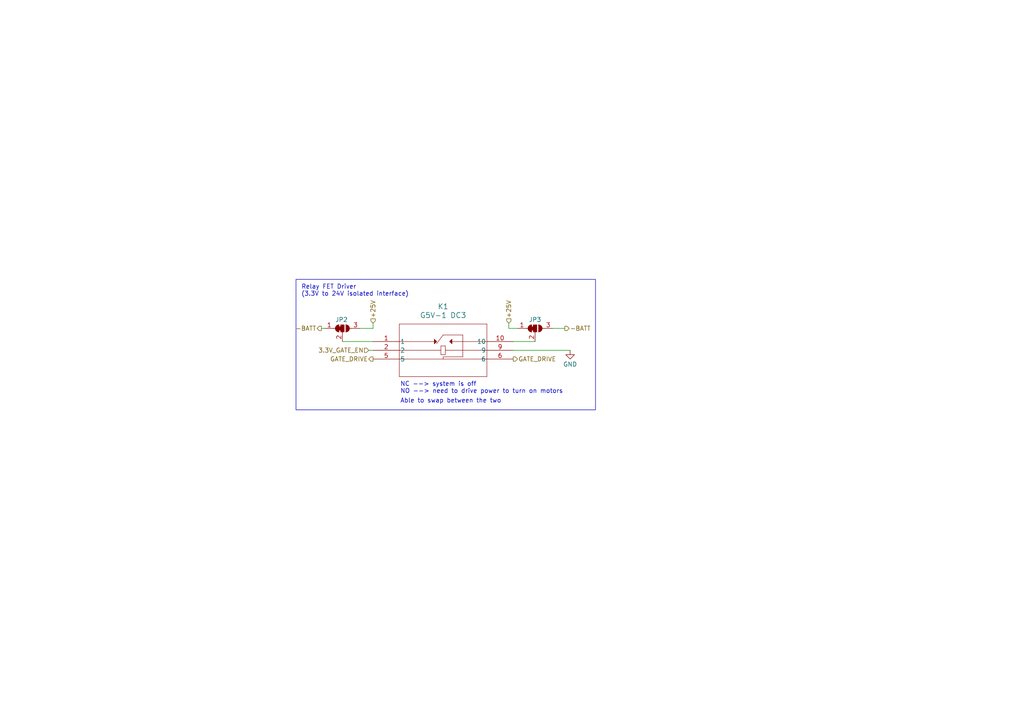
<source format=kicad_sch>
(kicad_sch (version 20231120) (generator "eeschema") (generator_version "8.0")
  (paper "A4")
  (lib_symbols
    (symbol "Imported_Symbols:G5V-1_DC3" (pin_names (offset 0.254))
      (property "Reference" "K" (at 20.32 10.16 0))
      (property "Value" "G5V-1 DC3" (at 20.32 7.62 0))
      (symbol "G5V-1_DC3_0_1"
        (polyline (pts (xy 7.62 -10.16) (xy 33.02 -10.16)) (stroke (width 0.127)))
        (polyline (pts (xy 7.62 -5.08) (xy 33.02 -5.08)) (stroke (width 0.127)))
        (polyline (pts (xy 7.62 -2.54) (xy 19.685 -2.54)) (stroke (width 0.127)))
        (polyline (pts (xy 7.62 5.08) (xy 7.62 -10.16)) (stroke (width 0.127)))
        (polyline (pts (xy 17.78 -0.635) (xy 17.78 0.635)) (stroke (width 0.127)))
        (polyline (pts (xy 17.78 -0.635) (xy 18.415 0)) (stroke (width 0.127)))
        (polyline (pts (xy 17.78 0) (xy 7.62 0)) (stroke (width 0.127)))
        (polyline (pts (xy 18.415 -0.635) (xy 20.32 1.905)) (stroke (width 0.127)))
        (polyline (pts (xy 18.415 0) (xy 17.78 0.635)) (stroke (width 0.127)))
        (polyline (pts (xy 19.685 -3.81) (xy 20.955 -3.81)) (stroke (width 0.127)))
        (polyline (pts (xy 19.685 -1.27) (xy 19.685 -3.81)) (stroke (width 0.127)))
        (polyline (pts (xy 19.685 -1.27) (xy 20.955 -1.27)) (stroke (width 0.127)))
        (polyline (pts (xy 20.32 -4.445) (xy 20.32 -5.08)) (stroke (width 0.127)))
        (polyline (pts (xy 20.32 1.905) (xy 26.035 1.905)) (stroke (width 0.127)))
        (polyline (pts (xy 20.955 -3.81) (xy 20.955 -1.27)) (stroke (width 0.127)))
        (polyline (pts (xy 20.955 -2.54) (xy 33.02 -2.54)) (stroke (width 0.127)))
        (polyline (pts (xy 22.225 0) (xy 22.86 -0.635)) (stroke (width 0.127)))
        (polyline (pts (xy 22.225 0) (xy 22.86 0.635)) (stroke (width 0.127)))
        (polyline (pts (xy 22.86 -0.635) (xy 22.86 0.635)) (stroke (width 0.127)))
        (polyline (pts (xy 22.86 0) (xy 33.02 0)) (stroke (width 0.127)))
        (polyline (pts (xy 26.035 -4.445) (xy 20.32 -4.445)) (stroke (width 0.127)))
        (polyline (pts (xy 26.035 1.905) (xy 26.035 -4.445)) (stroke (width 0.127)))
        (polyline (pts (xy 33.02 -10.16) (xy 33.02 5.08)) (stroke (width 0.127)))
        (polyline (pts (xy 33.02 5.08) (xy 7.62 5.08)) (stroke (width 0.127)))
        (polyline (pts (xy 17.78 0.635) (xy 18.415 0) (xy 17.78 -0.635)) (fill (type outline)))
        (polyline (pts (xy 22.225 0) (xy 22.86 0.635) (xy 22.86 -0.635)) (fill (type outline)))
        (pin unspecified line (at 0 0 0) (length 7.62) (name "1") (number "1"))
        (pin unspecified line (at 40.64 0 180) (length 7.62) (name "10") (number "10"))
        (pin unspecified line (at 0 -2.54 0) (length 7.62) (name "2") (number "2"))
        (pin unspecified line (at 0 -5.08 0) (length 7.62) (name "5") (number "5"))
        (pin unspecified line (at 40.64 -5.08 180) (length 7.62) (name "6") (number "6"))
        (pin unspecified line (at 40.64 -2.54 180) (length 7.62) (name "9") (number "9"))
      )
    )
    (symbol "Jumper:SolderJumper_3_Bridged12" (pin_names (offset 0) hide) (exclude_from_sim yes) (in_bom no)
      (property "Reference" "JP" (at -2.54 -2.54 0))
      (property "Value" "SolderJumper_3_Bridged12" (at 0 2.794 0))
      (symbol "SolderJumper_3_Bridged12_0_1"
        (rectangle (start -1.016 0.508) (end -0.508 -0.508) (fill (type outline)))
        (arc (start -1.016 1.016) (mid -2.0276 0) (end -1.016 -1.016))
        (arc (start -1.016 1.016) (mid -2.0276 0) (end -1.016 -1.016) (fill (type outline)))
        (rectangle (start -0.508 1.016) (end 0.508 -1.016) (fill (type outline)))
        (polyline (pts (xy -2.54 0) (xy -2.032 0)))
        (polyline (pts (xy -1.016 1.016) (xy -1.016 -1.016)))
        (polyline (pts (xy 0 -1.27) (xy 0 -1.016)))
        (polyline (pts (xy 1.016 1.016) (xy 1.016 -1.016)))
        (polyline (pts (xy 2.54 0) (xy 2.032 0)))
        (arc (start 1.016 -1.016) (mid 2.0276 0) (end 1.016 1.016))
        (arc (start 1.016 -1.016) (mid 2.0276 0) (end 1.016 1.016) (fill (type outline)))
      )
      (symbol "SolderJumper_3_Bridged12_1_1"
        (pin passive line (at -5.08 0 0) (length 2.54) (name "A") (number "1"))
        (pin passive line (at 0 -3.81 90) (length 2.54) (name "C") (number "2"))
        (pin passive line (at 5.08 0 180) (length 2.54) (name "B") (number "3"))
      )
    )
    (symbol "power:GND" (power) (pin_numbers hide) (pin_names (offset 0) hide)
      (property "Value" "GND" (at 0 -3.81 0))
      (symbol "GND_0_1"
        (polyline (pts (xy 0 0) (xy 0 -1.27) (xy 1.27 -1.27) (xy 0 -2.54) (xy -1.27 -1.27) (xy 0 -1.27)))
      )
      (symbol "GND_1_1"
        (pin power_in line (at 0 0 270) (length 0) (name "~") (number "1"))
      )
    )
  )
  (wire (pts (xy 104.394 95.25) (xy 108.204 95.25)))
  (wire (pts (xy 93.218 95.25) (xy 94.234 95.25)))
  (wire (pts (xy 147.574 95.25) (xy 150.114 95.25)))
  (wire (pts (xy 108.204 93.726) (xy 108.204 95.25)))
  (wire (pts (xy 155.194 99.06) (xy 148.844 99.06)))
  (wire (pts (xy 148.844 101.6) (xy 165.354 101.6)))
  (wire (pts (xy 99.314 99.06) (xy 108.204 99.06)))
  (wire (pts (xy 160.274 95.25) (xy 163.83 95.25)))
  (wire (pts (xy 106.934 101.6) (xy 108.204 101.6)))
  (wire (pts (xy 147.574 93.726) (xy 147.574 95.25)))
  (rectangle (start 85.852 81.026) (end 172.72 118.872))
  (text "Relay FET Driver\n(3.3V to 24V isolated interface)" (at 87.376 84.328 0) (effects (font (size 1.27 1.27)) (justify left)))
  (text "Able to swap between the two" (at 116.078 116.332 0) (effects (font (size 1.27 1.27)) (justify left)))
  (text "NC --> system is off\nNO --> need to drive power to turn on motors" (at 116.078 112.522 0) (effects (font (size 1.27 1.27)) (justify left)))
  (hierarchical_label "+25V" (shape input) (at 147.574 93.726 90))
  (hierarchical_label "-BATT" (shape output) (at 93.218 95.25 180))
  (hierarchical_label "GATE_DRIVE" (shape output) (at 108.204 104.14 180))
  (hierarchical_label "3.3V_GATE_EN" (shape input) (at 106.934 101.6 180))
  (hierarchical_label "-BATT" (shape output) (at 163.83 95.25 0))
  (hierarchical_label "GATE_DRIVE" (shape output) (at 148.844 104.14 0))
  (hierarchical_label "+25V" (shape input) (at 108.204 93.726 90))
  (symbol (lib_id "Imported_Symbols:G5V-1_DC3") (at 108.204 99.06 0) (unit 1)
    (property "Reference" "K1" (at 128.524 88.9 0) (effects (font (size 1.524 1.524))))
    (property "Value" "G5V-1 DC3" (at 128.524 91.44 0) (effects (font (size 1.524 1.524))))
    (property "Footprint" "Imported_Footprints:RELAY_G5V-1_OMR" (effects (hide yes)))
    (property "Datasheet" "https://omronfs.omron.com/en_US/ecb/products/pdf/en-g5v_1.pdf" (effects (hide yes)))
    (property "Description" "3V control relay" (effects (hide yes)))
    (property "MFR" "Omron Electronics Inc-EMC Div" (effects (hide yes)))
    (property "MFR S/N" "G5V-1 DC3" (effects (hide yes)))
    (property "Supplier 1" "https://www.digikey.com/en/products/detail/omron-electronics-inc-emc-div/G5V-1-DC3/369039?_gl=1*hi6laf*_up*MQ..&gclid=Cj0KCQiA_qG5BhDTARIsAA0UHSI-anb7BHLoOrogWS5vSxTelWaEJZ_UwRAV3SPUq-DzpQMFAhe4ibYaAmOIEALw_wcB" (effects (hide yes)))
    (property "Supplier 1 S/N" "39-G5V-1DC3-ND" (effects (hide yes)))
  )
  (symbol (lib_id "power:GND") (at 165.354 101.6 0) (unit 1)
    (property "Reference" "#PWR07" (effects (hide yes)))
    (property "Value" "GND" (at 165.354 105.664 0))
    (property "Description" "Power symbol creates a global label with name \"GND\" , ground" (effects (hide yes)))
  )
  (symbol (lib_id "Jumper:SolderJumper_3_Bridged12") (at 155.194 95.25 0) (unit 1) (exclude_from_sim yes) (in_bom no)
    (property "Reference" "JP3" (at 155.194 92.71 0))
    (property "Value" "SolderJumper_3_Bridged12" (effects (hide yes)))
    (property "Footprint" "Jumper:SolderJumper-3_P1.3mm_Bridged2Bar12_RoundedPad1.0x1.5mm" (effects (hide yes)))
    (property "Description" "3-pole Solder Jumper, pins 1+2 closed/bridged" (effects (hide yes)))
  )
  (symbol (lib_id "Jumper:SolderJumper_3_Bridged12") (at 99.314 95.25 0) (unit 1) (exclude_from_sim yes) (in_bom no)
    (property "Reference" "JP2" (at 99.06 92.71 0))
    (property "Value" "SolderJumper_3_Bridged12" (effects (hide yes)))
    (property "Footprint" "Jumper:SolderJumper-3_P1.3mm_Bridged2Bar12_RoundedPad1.0x1.5mm" (effects (hide yes)))
    (property "Description" "3-pole Solder Jumper, pins 1+2 closed/bridged" (effects (hide yes)))
  )
)
</source>
